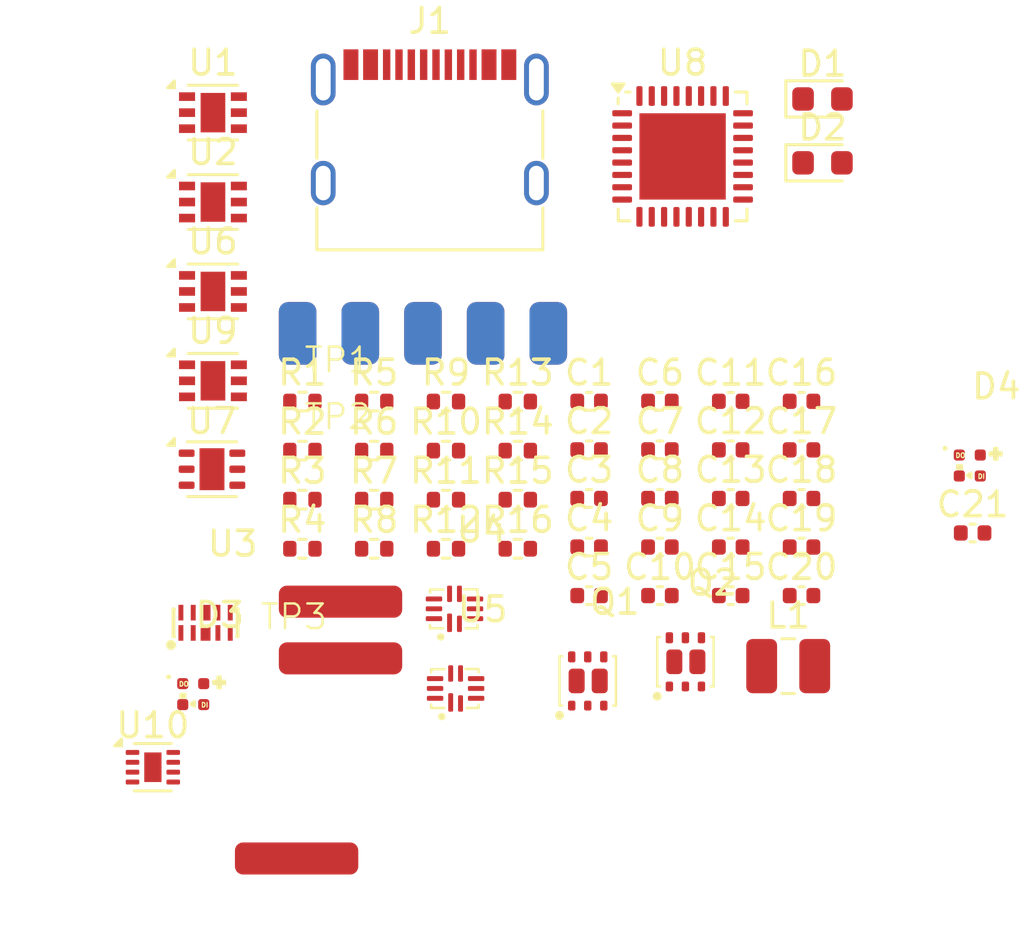
<source format=kicad_pcb>
(kicad_pcb (version 20240108) (generator "pcbnew") (generator_version "8.0")
  (layers (0 "F.Cu" signal) (31 "B.Cu" signal) (34 "B.Paste" user) (35 "F.Paste" user) (36 "B.SilkS" user "B.Silkscreen") (37 "F.SilkS" user "F.Silkscreen") (38 "B.Mask" user) (39 "F.Mask" user) (44 "Edge.Cuts" user))
  (net 0 "")
  (net 1 "Net-(U1-I)")
  (net 2 "GND")
  (net 3 "Net-(U2-I)")
  (net 4 "+3V3")
  (net 5 "VBUS")
  (net 6 "+5V")
  (net 7 "Net-(U7-FB)")
  (net 8 "VCC")
  (net 9 "Net-(U9-I)")
  (net 10 "/NRST")
  (net 11 "Net-(D1-K)")
  (net 12 "Net-(D2-K)")
  (net 13 "/WS2812")
  (net 15 "/USB_D-")
  (net 16 "/SWDIO")
  (net 17 "/P_SWCLK")
  (net 18 "/USB_D+")
  (net 19 "/SWCLK")
  (net 20 "/P_SWDIO")
  (net 21 "/TDO")
  (net 22 "/TRST")
  (net 23 "/R_TX")
  (net 24 "/R_TMS")
  (net 25 "/R_TCK")
  (net 26 "/TDI")
  (net 27 "/SRST")
  (net 28 "/R_RX")
  (net 29 "Net-(U7-LX)")
  (net 30 "/EN_5V")
  (net 31 "Net-(Q1A-D)")
  (net 32 "Net-(Q2A-D)")
  (net 33 "/EN_3V3")
  (net 34 "/SWAP_SWD")
  (net 35 "/SWAP_UART")
  (net 36 "Net-(U6-ILIM)")
  (net 37 "Net-(U8-PA8)")
  (net 38 "Net-(U8-PA9)")
  (net 39 "Net-(U8-PB0)")
  (net 40 "Net-(U8-PB1)")
  (net 41 "/TCK")
  (net 42 "Net-(U8-PA5)")
  (net 43 "Net-(U8-PA7)")
  (net 44 "/TMS")
  (net 45 "/RX")
  (net 46 "/TX")
  (net 58 "/BOOT0")
  (net 63 "/P_SEL")
  (net 66 "/RGB")
  (footprint "Resistor_SMD:R_0402_1005Metric" (layer "F.Cu") (at 40.565 76.67)
    (property "Reference" "R13" (at 0 -1.17 0) (layer "F.SilkS"))
    (property "Value" "22R")
    (pad "1" smd roundrect (at -0.51 0) (size 0.54 0.64) (layers "F.Cu" "F.Paste" "F.Mask") (net 43 "Net-(U8-PA7)"))
    (pad "2" smd roundrect (at 0.51 0) (size 0.54 0.64) (layers "F.Cu" "F.Paste" "F.Mask") (net 44 "/TMS"))
  )
  (footprint "Capacitor_SMD:C_0402_1005Metric" (layer "F.Cu") (at 49.195 76.66)
    (property "Reference" "C11" (at 0 -1.16 0) (layer "F.SilkS"))
    (property "Value" "10u")
    (pad "1" smd roundrect (at -0.48 0) (size 0.56 0.62) (layers "F.Cu" "F.Paste" "F.Mask") (net 4 "+3V3"))
    (pad "2" smd roundrect (at 0.48 0) (size 0.56 0.62) (layers "F.Cu" "F.Paste" "F.Mask") (net 2 "GND"))
  )
  (footprint "Capacitor_SMD:C_0402_1005Metric" (layer "F.Cu") (at 52.065 84.54)
    (property "Reference" "C20" (at 0 -1.16 0) (layer "F.SilkS"))
    (property "Value" "0.1u")
    (pad "1" smd roundrect (at -0.48 0) (size 0.56 0.62) (layers "F.Cu" "F.Paste" "F.Mask") (net 10 "/NRST"))
    (pad "2" smd roundrect (at 0.48 0) (size 0.56 0.62) (layers "F.Cu" "F.Paste" "F.Mask") (net 2 "GND"))
  )
  (footprint "Resistor_SMD:R_0402_1005Metric" (layer "F.Cu") (at 40.565 80.65)
    (property "Reference" "R15" (at 0 -1.17 0) (layer "F.SilkS"))
    (property "Value" "100k")
    (pad "1" smd roundrect (at -0.51 0) (size 0.54 0.64) (layers "F.Cu" "F.Paste" "F.Mask") (net 6 "+5V"))
    (pad "2" smd roundrect (at 0.51 0) (size 0.54 0.64) (layers "F.Cu" "F.Paste" "F.Mask") (net 30 "/EN_5V"))
  )
  (footprint "My DFN_QFN:WQFN-10_L1.8-W1.4-P0.40-BL" (layer "F.Cu") (at 38 85.0755)
    (property "Reference" "U4" (at 0 -3.207 0) (layer "F.SilkS") (effects (justify left)))
    (property "Value" "RS2227XUTQK10" (hide yes))
    (pad "1" smd roundrect (at -0.2 0.565) (size 0.2 0.75) (layers "F.Cu" "F.Paste" "F.Mask") (net 24 "/R_TMS"))
    (pad "2" smd roundrect (at 0.2 0.608) (size 0.2 0.665) (layers "F.Cu" "F.Paste" "F.Mask") (net 25 "/R_TCK"))
    (pad "3" smd roundrect (at 0.832 0.4) (size 0.665 0.2) (layers "F.Cu" "F.Paste" "F.Mask") (net 2 "GND"))
    (pad "4" smd roundrect (at 0.832 0) (size 0.665 0.2) (layers "F.Cu" "F.Paste" "F.Mask") (net 44 "/TMS"))
    (pad "5" smd roundrect (at 0.832 -0.4) (size 0.665 0.2) (layers "F.Cu" "F.Paste" "F.Mask") (net 41 "/TCK"))
    (pad "6" smd roundrect (at 0.2 -0.608) (size 0.2 0.665) (layers "F.Cu" "F.Paste" "F.Mask") (net 41 "/TCK"))
    (pad "7" smd roundrect (at -0.2 -0.608) (size 0.2 0.665) (layers "F.Cu" "F.Paste" "F.Mask") (net 44 "/TMS"))
    (pad "8" smd roundrect (at -0.832 -0.4) (size 0.665 0.2) (layers "F.Cu" "F.Paste" "F.Mask") (net 2 "GND"))
    (pad "9" smd roundrect (at -0.832 0) (size 0.665 0.2) (layers "F.Cu" "F.Paste" "F.Mask") (net 4 "+3V3"))
    (pad "10" smd roundrect (at -0.832 0.4) (size 0.665 0.2) (layers "F.Cu" "F.Paste" "F.Mask") (net 34 "/SWAP_SWD"))
  )
  (footprint "connector:Conn_02x05_PinHeader_SMD" (layer "F.Cu") (at 31.642 73.905)
    (property "Reference" "J2" (hide yes))
    (property "Value" "Header")
    (pad "1" smd roundrect (at 0 0) (size 1.524 2.54) (layers "F.Cu" "F.Paste" "F.Mask") (net 24 "/R_TMS"))
    (pad "2" smd roundrect (at 2.54 0) (size 1.524 2.54) (layers "F.Cu" "F.Paste" "F.Mask") (net 25 "/R_TCK"))
    (pad "3" smd roundrect (at 5.08 0) (size 1.524 2.54) (layers "F.Cu" "F.Paste" "F.Mask") (net 2 "GND"))
    (pad "4" smd roundrect (at 7.62 0) (size 1.524 2.54) (layers "F.Cu" "F.Paste" "F.Mask") (net 28 "/R_RX"))
    (pad "5" smd roundrect (at 10.16 0) (size 1.524 2.54) (layers "F.Cu" "F.Paste" "F.Mask") (net 23 "/R_TX"))
    (pad "6" smd roundrect (at 10.16 0) (size 1.524 2.54) (layers "*.Paste" "*.Mask" "B.Cu") (net 27 "/SRST"))
    (pad "7" smd roundrect (at 7.62 0) (size 1.524 2.54) (layers "*.Paste" "*.Mask" "B.Cu") (net 22 "/TRST"))
    (pad "8" smd roundrect (at 5.08 0) (size 1.524 2.54) (layers "*.Paste" "*.Mask" "B.Cu") (net 8 "VCC"))
    (pad "9" smd roundrect (at 2.54 0) (size 1.524 2.54) (layers "*.Paste" "*.Mask" "B.Cu") (net 26 "/TDI"))
    (pad "10" smd roundrect (at 0 0) (size 1.524 2.54) (layers "*.Paste" "*.Mask" "B.Cu") (net 21 "/TDO"))
  )
  (footprint "Package_DFN_QFN:DFN-6-1EP_2x2mm_P0.65mm_EP1x1.6mm" (layer "F.Cu") (at 28.21 64.955)
    (property "Reference" "U1" (at 0 -2.025 0) (layer "F.SilkS"))
    (property "Value" "TTP233H-RB6")
    (pad "1" smd rect (at -1.05 -0.65) (size 0.65 0.35) (layers "F.Cu" "F.Paste" "F.Mask") (net 1 "Net-(U1-I)"))
    (pad "2" smd rect (at -1.05 0) (size 0.65 0.35) (layers "F.Cu" "F.Paste" "F.Mask") (net 2 "GND"))
    (pad "3" smd rect (at -1.05 0.65) (size 0.65 0.35) (layers "F.Cu" "F.Paste" "F.Mask") (net 34 "/SWAP_SWD"))
    (pad "4" smd rect (at 1.05 0.65) (size 0.65 0.35) (layers "F.Cu" "F.Paste" "F.Mask") (net 4 "+3V3"))
    (pad "5" smd rect (at 1.05 0) (size 0.65 0.35) (layers "F.Cu" "F.Paste" "F.Mask") (net 4 "+3V3"))
    (pad "6" smd rect (at 1.05 -0.65) (size 0.65 0.35) (layers "F.Cu" "F.Paste" "F.Mask") (net 4 "+3V3"))
    (pad "7" smd rect (at 0 0) (size 1 1.6) (layers "F.Cu" "F.Mask") (net 2 "GND"))
  )
  (footprint "Resistor_SMD:R_0402_1005Metric" (layer "F.Cu") (at 31.835 76.67)
    (property "Reference" "R1" (at 0 -1.17 0) (layer "F.SilkS"))
    (property "Value" "1k")
    (pad "1" smd roundrect (at -0.51 0) (size 0.54 0.64) (layers "F.Cu" "F.Paste" "F.Mask") (net 34 "/SWAP_SWD"))
    (pad "2" smd roundrect (at 0.51 0) (size 0.54 0.64) (layers "F.Cu" "F.Paste" "F.Mask") (net 11 "Net-(D1-K)"))
  )
  (footprint "Package_DFN_QFN:DFN-6-1EP_2x2mm_P0.65mm_EP1x1.6mm" (layer "F.Cu") (at 28.21 72.205)
    (property "Reference" "U6" (at 0 -2.025 0) (layer "F.SilkS"))
    (property "Value" "TPS25200")
    (pad "1" smd rect (at -1.05 -0.65) (size 0.65 0.35) (layers "F.Cu" "F.Paste" "F.Mask") (net 6 "+5V"))
    (pad "2" smd rect (at -1.05 0) (size 0.65 0.35) (layers "F.Cu" "F.Paste" "F.Mask") (net 36 "Net-(U6-ILIM)"))
    (pad "3" smd rect (at -1.05 0.65) (size 0.65 0.35) (layers "F.Cu" "F.Paste" "F.Mask"))
    (pad "4" smd rect (at 1.05 0.65) (size 0.65 0.35) (layers "F.Cu" "F.Paste" "F.Mask") (net 5 "VBUS"))
    (pad "5" smd rect (at 1.05 0) (size 0.65 0.35) (layers "F.Cu" "F.Paste" "F.Mask") (net 2 "GND"))
    (pad "6" smd rect (at 1.05 -0.65) (size 0.65 0.35) (layers "F.Cu" "F.Paste" "F.Mask") (net 5 "VBUS"))
    (pad "7" smd rect (at 0 0) (size 1 1.6) (layers "F.Cu" "F.Mask") (net 2 "GND"))
  )
  (footprint "Capacitor_SMD:C_0402_1005Metric" (layer "F.Cu") (at 46.325 80.6)
    (property "Reference" "C8" (at 0 -1.16 0) (layer "F.SilkS"))
    (property "Value" "10u")
    (pad "1" smd roundrect (at -0.48 0) (size 0.56 0.62) (layers "F.Cu" "F.Paste" "F.Mask") (net 6 "+5V"))
    (pad "2" smd roundrect (at 0.48 0) (size 0.56 0.62) (layers "F.Cu" "F.Paste" "F.Mask") (net 2 "GND"))
  )
  (footprint "Resistor_SMD:R_0402_1005Metric" (layer "F.Cu") (at 31.835 78.66)
    (property "Reference" "R2" (at 0 -1.17 0) (layer "F.SilkS"))
    (property "Value" "1k")
    (pad "1" smd roundrect (at -0.51 0) (size 0.54 0.64) (layers "F.Cu" "F.Paste" "F.Mask") (net 35 "/SWAP_UART"))
    (pad "2" smd roundrect (at 0.51 0) (size 0.54 0.64) (layers "F.Cu" "F.Paste" "F.Mask") (net 12 "Net-(D2-K)"))
  )
  (footprint "Resistor_SMD:R_0402_1005Metric" (layer "F.Cu") (at 37.655 82.64)
    (property "Reference" "R12" (at 0 -1.17 0) (layer "F.SilkS"))
    (property "Value" "22R")
    (pad "1" smd roundrect (at -0.51 0) (size 0.54 0.64) (layers "F.Cu" "F.Paste" "F.Mask") (net 42 "Net-(U8-PA5)"))
    (pad "2" smd roundrect (at 0.51 0) (size 0.54 0.64) (layers "F.Cu" "F.Paste" "F.Mask") (net 41 "/TCK"))
  )
  (footprint "MyLED:LED-SMD_4P-L1.0-W1.0-TL_XL-1010RGBC-WS2812B" (layer "F.Cu") (at 58.885 79.265)
    (property "Reference" "D4" (at 0 -3.207 0) (layer "F.SilkS") (effects (justify left)))
    (property "Value" "WS2812" (hide yes))
    (fp_text user "DI" (at 0.297 0.441 0) (layer "F.SilkS") (effects (font (size 0.188 0.188) (thickness 0.1)) (justify left)))
    (fp_text user "DO" (at -0.603 -0.408 0) (layer "F.SilkS") (effects (font (size 0.188 0.188) (thickness 0.1)) (justify left)))
    (pad "1" smd roundrect (at 0.425 -0.425) (size 0.45 0.45) (layers "F.Cu" "F.Paste" "F.Mask") (net 8 "VCC"))
    (pad "2" smd roundrect (at -0.425 -0.425) (size 0.45 0.45) (layers "F.Cu" "F.Paste" "F.Mask"))
    (pad "3" smd roundrect (at -0.425 0.425) (size 0.45 0.45) (layers "F.Cu" "F.Paste" "F.Mask") (net 2 "GND"))
    (pad "4" smd roundrect (at 0.425 0.425) (size 0.45 0.45) (layers "F.Cu" "F.Paste" "F.Mask") (net 66 "/RGB"))
  )
  (footprint "Capacitor_SMD:C_0402_1005Metric" (layer "F.Cu") (at 46.325 76.66)
    (property "Reference" "C6" (at 0 -1.16 0) (layer "F.SilkS"))
    (property "Value" "0.1u")
    (pad "1" smd roundrect (at -0.48 0) (size 0.56 0.62) (layers "F.Cu" "F.Paste" "F.Mask") (net 4 "+3V3"))
    (pad "2" smd roundrect (at 0.48 0) (size 0.56 0.62) (layers "F.Cu" "F.Paste" "F.Mask") (net 2 "GND"))
  )
  (footprint "Resistor_SMD:R_0402_1005Metric" (layer "F.Cu") (at 34.745 78.66)
    (property "Reference" "R6" (at 0 -1.17 0) (layer "F.SilkS"))
    (property "Value" "100k")
    (pad "1" smd roundrect (at -0.51 0) (size 0.54 0.64) (layers "F.Cu" "F.Paste" "F.Mask") (net 4 "+3V3"))
    (pad "2" smd roundrect (at 0.51 0) (size 0.54 0.64) (layers "F.Cu" "F.Paste" "F.Mask") (net 7 "Net-(U7-FB)"))
  )
  (footprint "Capacitor_SMD:C_0402_1005Metric" (layer "F.Cu") (at 49.195 80.6)
    (property "Reference" "C13" (at 0 -1.16 0) (layer "F.SilkS"))
    (property "Value" "22p")
    (pad "1" smd roundrect (at -0.48 0) (size 0.56 0.62) (layers "F.Cu" "F.Paste" "F.Mask") (net 4 "+3V3"))
    (pad "2" smd roundrect (at 0.48 0) (size 0.56 0.62) (layers "F.Cu" "F.Paste" "F.Mask") (net 7 "Net-(U7-FB)"))
  )
  (footprint "Resistor_SMD:R_0402_1005Metric" (layer "F.Cu") (at 37.655 78.66)
    (property "Reference" "R10" (at 0 -1.17 0) (layer "F.SilkS"))
    (property "Value" "22R")
    (pad "1" smd roundrect (at -0.51 0) (size 0.54 0.64) (layers "F.Cu" "F.Paste" "F.Mask") (net 39 "Net-(U8-PB0)"))
    (pad "2" smd roundrect (at 0.51 0) (size 0.54 0.64) (layers "F.Cu" "F.Paste" "F.Mask") (net 22 "/TRST"))
  )
  (footprint "ESD-TVS:DFN-10_L2.5-W1.0-P0.50-BL-A" (layer "F.Cu") (at 27.91 85.6425)
    (property "Reference" "U3" (at 0 -3.207 0) (layer "F.SilkS") (effects (justify left)))
    (property "Value" "ESD0524P")
    (pad "1" smd rect (at -1 0.411) (size 0.2 0.633) (layers "F.Cu" "F.Paste" "F.Mask") (net 15 "/USB_D-"))
    (pad "2" smd rect (at -0.5 0.411) (size 0.2 0.633) (layers "F.Cu" "F.Paste" "F.Mask") (net 18 "/USB_D+"))
    (pad "3" smd rect (at 0 0.411) (size 0.4 0.633) (layers "F.Cu" "F.Paste" "F.Mask") (net 2 "GND"))
    (pad "4" smd rect (at 0.5 0.411) (size 0.2 0.633) (layers "F.Cu" "F.Paste" "F.Mask") (net 2 "GND"))
    (pad "5" smd rect (at 1 0.411) (size 0.2 0.633) (layers "F.Cu" "F.Paste" "F.Mask") (net 2 "GND"))
    (pad "6" smd rect (at 1 -0.411) (size 0.2 0.633) (layers "F.Cu" "F.Paste" "F.Mask") (net 2 "GND"))
    (pad "7" smd rect (at 0.5 -0.411) (size 0.2 0.633) (layers "F.Cu" "F.Paste" "F.Mask") (net 2 "GND"))
    (pad "8" smd rect (at 0 -0.411) (size 0.4 0.633) (layers "F.Cu" "F.Paste" "F.Mask") (net 2 "GND"))
    (pad "9" smd rect (at -0.5 -0.411) (size 0.2 0.633) (layers "F.Cu" "F.Paste" "F.Mask") (net 18 "/USB_D+"))
    (pad "10" smd rect (at -1 -0.411) (size 0.2 0.633) (layers "F.Cu" "F.Paste" "F.Mask") (net 15 "/USB_D-"))
  )
  (footprint "Capacitor_SMD:C_0402_1005Metric" (layer "F.Cu") (at 43.455 76.66)
    (property "Reference" "C1" (at 0 -1.16 0) (layer "F.SilkS"))
    (property "Value" "50p")
    (pad "1" smd roundrect (at -0.48 0) (size 0.56 0.62) (layers "F.Cu" "F.Paste" "F.Mask") (net 1 "Net-(U1-I)"))
    (pad "2" smd roundrect (at 0.48 0) (size 0.56 0.62) (layers "F.Cu" "F.Paste" "F.Mask") (net 2 "GND"))
  )
  (footprint "Package_DFN_QFN:DFN-6-1EP_2x2mm_P0.65mm_EP1x1.6mm" (layer "F.Cu") (at 28.21 75.83)
    (property "Reference" "U9" (at 0 -2.025 0) (layer "F.SilkS"))
    (property "Value" "TTP233H-RB6")
    (pad "1" smd rect (at -1.05 -0.65) (size 0.65 0.35) (layers "F.Cu" "F.Paste" "F.Mask") (net 9 "Net-(U9-I)"))
    (pad "2" smd rect (at -1.05 0) (size 0.65 0.35) (layers "F.Cu" "F.Paste" "F.Mask") (net 2 "GND"))
    (pad "3" smd rect (at -1.05 0.65) (size 0.65 0.35) (layers "F.Cu" "F.Paste" "F.Mask") (net 63 "/P_SEL"))
    (pad "4" smd rect (at 1.05 0.65) (size 0.65 0.35) (layers "F.Cu" "F.Paste" "F.Mask") (net 2 "GND"))
    (pad "5" smd rect (at 1.05 0) (size 0.65 0.35) (layers "F.Cu" "F.Paste" "F.Mask") (net 6 "+5V"))
    (pad "6" smd rect (at 1.05 -0.65) (size 0.65 0.35) (layers "F.Cu" "F.Paste" "F.Mask") (net 2 "GND"))
    (pad "7" smd rect (at 0 0) (size 1 1.6) (layers "F.Cu" "F.Mask") (net 2 "GND"))
  )
  (footprint "Capacitor_SMD:C_0402_1005Metric" (layer "F.Cu") (at 46.325 78.63)
    (property "Reference" "C7" (at 0 -1.16 0) (layer "F.SilkS"))
    (property "Value" "0.1u")
    (pad "1" smd roundrect (at -0.48 0) (size 0.56 0.62) (layers "F.Cu" "F.Paste" "F.Mask") (net 4 "+3V3"))
    (pad "2" smd roundrect (at 0.48 0) (size 0.56 0.62) (layers "F.Cu" "F.Paste" "F.Mask") (net 2 "GND"))
  )
  (footprint "Package_DFN_QFN:VQFN-32-1EP_5x5mm_P0.5mm_EP3.5x3.5mm" (layer "F.Cu") (at 47.245 66.73)
    (property "Reference" "U8" (at 0 -3.8 0) (layer "F.SilkS"))
    (property "Value" "PY32F071K18U6")
    (pad "1" smd roundrect (at -2.45 -1.75) (size 0.8 0.25) (layers "F.Cu" "F.Paste" "F.Mask"))
    (pad "2" smd roundrect (at -2.45 -1.25) (size 0.8 0.25) (layers "F.Cu" "F.Paste" "F.Mask"))
    (pad "3" smd roundrect (at -2.45 -0.75) (size 0.8 0.25) (layers "F.Cu" "F.Paste" "F.Mask") (net 10 "/NRST"))
    (pad "4" smd roundrect (at -2.45 -0.25) (size 0.8 0.25) (layers "F.Cu" "F.Paste" "F.Mask") (net 2 "GND"))
    (pad "5" smd roundrect (at -2.45 0.25) (size 0.8 0.25) (layers "F.Cu" "F.Paste" "F.Mask") (net 8 "VCC"))
    (pad "6" smd roundrect (at -2.45 0.75) (size 0.8 0.25) (layers "F.Cu" "F.Paste" "F.Mask"))
    (pad "7" smd roundrect (at -2.45 1.25) (size 0.8 0.25) (layers "F.Cu" "F.Paste" "F.Mask") (net 66 "/RGB"))
    (pad "8" smd roundrect (at -2.45 1.75) (size 0.8 0.25) (layers "F.Cu" "F.Paste" "F.Mask") (net 46 "/TX"))
    (pad "9" smd roundrect (at -1.75 2.45) (size 0.25 0.8) (layers "F.Cu" "F.Paste" "F.Mask") (net 45 "/RX"))
    (pad "10" smd roundrect (at -1.25 2.45) (size 0.25 0.8) (layers "F.Cu" "F.Paste" "F.Mask"))
    (pad "11" smd roundrect (at -0.75 2.45) (size 0.25 0.8) (layers "F.Cu" "F.Paste" "F.Mask") (net 42 "Net-(U8-PA5)"))
    (pad "12" smd roundrect (at -0.25 2.45) (size 0.25 0.8) (layers "F.Cu" "F.Paste" "F.Mask"))
    (pad "13" smd roundrect (at 0.25 2.45) (size 0.25 0.8) (layers "F.Cu" "F.Paste" "F.Mask") (net 43 "Net-(U8-PA7)"))
    (pad "14" smd roundrect (at 0.75 2.45) (size 0.25 0.8) (layers "F.Cu" "F.Paste" "F.Mask") (net 39 "Net-(U8-PB0)"))
    (pad "15" smd roundrect (at 1.25 2.45) (size 0.25 0.8) (layers "F.Cu" "F.Paste" "F.Mask") (net 40 "Net-(U8-PB1)"))
    (pad "16" smd roundrect (at 1.75 2.45) (size 0.25 0.8) (layers "F.Cu" "F.Paste" "F.Mask") (net 2 "GND"))
    (pad "17" smd roundrect (at 2.45 1.75) (size 0.8 0.25) (layers "F.Cu" "F.Paste" "F.Mask") (net 8 "VCC"))
    (pad "18" smd roundrect (at 2.45 1.25) (size 0.8 0.25) (layers "F.Cu" "F.Paste" "F.Mask") (net 37 "Net-(U8-PA8)"))
    (pad "19" smd roundrect (at 2.45 0.75) (size 0.8 0.25) (layers "F.Cu" "F.Paste" "F.Mask") (net 38 "Net-(U8-PA9)"))
    (pad "20" smd roundrect (at 2.45 0.25) (size 0.8 0.25) (layers "F.Cu" "F.Paste" "F.Mask"))
    (pad "21" smd roundrect (at 2.45 -0.25) (size 0.8 0.25) (layers "F.Cu" "F.Paste" "F.Mask") (net 15 "/USB_D-"))
    (pad "22" smd roundrect (at 2.45 -0.75) (size 0.8 0.25) (layers "F.Cu" "F.Paste" "F.Mask") (net 18 "/USB_D+"))
    (pad "23" smd roundrect (at 2.45 -1.25) (size 0.8 0.25) (layers "F.Cu" "F.Paste" "F.Mask") (net 16 "/SWDIO"))
    (pad "24" smd roundrect (at 2.45 -1.75) (size 0.8 0.25) (layers "F.Cu" "F.Paste" "F.Mask"))
    (pad "25" smd roundrect (at 1.75 -2.45) (size 0.25 0.8) (layers "F.Cu" "F.Paste" "F.Mask") (net 19 "/SWCLK"))
    (pad "26" smd roundrect (at 1.25 -2.45) (size 0.25 0.8) (layers "F.Cu" "F.Paste" "F.Mask"))
    (pad "27" smd roundrect (at 0.75 -2.45) (size 0.25 0.8) (layers "F.Cu" "F.Paste" "F.Mask"))
    (pad "28" smd roundrect (at 0.25 -2.45) (size 0.25 0.8) (layers "F.Cu" "F.Paste" "F.Mask"))
    (pad "29" smd roundrect (at -0.25 -2.45) (size 0.25 0.8) (layers "F.Cu" "F.Paste" "F.Mask"))
    (pad "30" smd roundrect (at -0.75 -2.45) (size 0.25 0.8) (layers "F.Cu" "F.Paste" "F.Mask") (net 58 "/BOOT0"))
    (pad "31" smd roundrect (at -1.25 -2.45) (size 0.25 0.8) (layers "F.Cu" "F.Paste" "F.Mask"))
    (pad "32" smd roundrect (at -1.75 -2.45) (size 0.25 0.8) (layers "F.Cu" "F.Paste" "F.Mask"))
    (pad "33" smd rect (at 0 0) (size 3.5 3.5) (property pad_prop_heatsink) (layers "F.Cu" "F.Mask") (net 2 "GND"))
  )
  (footprint "Capacitor_SMD:C_0402_1005Metric" (layer "F.Cu") (at 49.195 84.54)
    (property "Reference" "C15" (at 0 -1.16 0) (layer "F.SilkS"))
    (property "Value" "10u")
    (pad "1" smd roundrect (at -0.48 0) (size 0.56 0.62) (layers "F.Cu" "F.Paste" "F.Mask") (net 2 "GND"))
    (pad "2" smd roundrect (at 0.48 0) (size 0.56 0.62) (layers "F.Cu" "F.Paste" "F.Mask") (net 8 "VCC"))
  )
  (footprint "Capacitor_SMD:C_0402_1005Metric" (layer "F.Cu") (at 46.325 84.54)
    (property "Reference" "C10" (at 0 -1.16 0) (layer "F.SilkS"))
    (property "Value" "0.1u")
    (pad "1" smd roundrect (at -0.48 0) (size 0.56 0.62) (layers "F.Cu" "F.Paste" "F.Mask") (net 6 "+5V"))
    (pad "2" smd roundrect (at 0.48 0) (size 0.56 0.62) (layers "F.Cu" "F.Paste" "F.Mask") (net 2 "GND"))
  )
  (footprint "Capacitor_SMD:C_0402_1005Metric" (layer "F.Cu") (at 52.065 76.66)
    (property "Reference" "C16" (at 0 -1.16 0) (layer "F.SilkS"))
    (property "Value" "50p")
    (pad "1" smd roundrect (at -0.48 0) (size 0.56 0.62) (layers "F.Cu" "F.Paste" "F.Mask") (net 9 "Net-(U9-I)"))
    (pad "2" smd roundrect (at 0.48 0) (size 0.56 0.62) (layers "F.Cu" "F.Paste" "F.Mask") (net 2 "GND"))
  )
  (footprint "My DFN_QFN:DFN-6_L2.0-W2.0-P0.65-BL-EP2" (layer "F.Cu") (at 43.4 88)
    (property "Reference" "Q1" (at 0 -3.207 0) (layer "F.SilkS") (effects (justify left)))
    (property "Value" "HSCB20D03")
    (pad "1" smd roundrect (at -0.65 1) (size 0.3 0.4) (layers "F.Cu" "F.Paste" "F.Mask") (net 6 "+5V"))
    (pad "2" smd roundrect (at 0 1) (size 0.3 0.4) (layers "F.Cu" "F.Paste" "F.Mask") (net 30 "/EN_5V"))
    (pad "3" smd roundrect (at 0.485 0) (size 0.65 1) (layers "F.Cu" "F.Paste" "F.Mask") (net 31 "Net-(Q1A-D)"))
    (pad "3" smd roundrect (at 0.65 1) (size 0.3 0.4) (layers "F.Cu" "F.Paste" "F.Mask") (net 31 "Net-(Q1A-D)"))
    (pad "4" smd roundrect (at 0.65 -0.975) (size 0.3 0.45) (layers "F.Cu" "F.Paste" "F.Mask") (net 8 "VCC"))
    (pad "5" smd roundrect (at 0 -0.975) (size 0.3 0.45) (layers "F.Cu" "F.Paste" "F.Mask") (net 30 "/EN_5V"))
    (pad "6" smd roundrect (at -0.65 -0.975) (size 0.3 0.45) (layers "F.Cu" "F.Paste" "F.Mask") (net 31 "Net-(Q1A-D)"))
    (pad "6" smd roundrect (at -0.45 0) (size 0.65 1) (layers "F.Cu" "F.Paste" "F.Mask") (net 31 "Net-(Q1A-D)"))
  )
  (footprint "Capacitor_SMD:C_0402_1005Metric" (layer "F.Cu") (at 59 82)
    (property "Reference" "C21" (at 0 -1.16 0) (layer "F.SilkS"))
    (property "Value" "0.1u")
    (pad "1" smd roundrect (at -0.48 0) (size 0.56 0.62) (layers "F.Cu" "F.Paste" "F.Mask") (net 8 "VCC"))
    (pad "2" smd roundrect (at 0.48 0) (size 0.56 0.62) (layers "F.Cu" "F.Paste" "F.Mask") (net 2 "GND"))
  )
  (footprint "MyLED:LED-SMD_4P-L1.0-W1.0-TL_XL-1010RGBC-WS2812B" (layer "F.Cu") (at 27.41 88.535)
    (property "Reference" "D3" (at 0 -3.207 0) (layer "F.SilkS") (effects (justify left)))
    (property "Value" "WS2812" (hide yes))
    (fp_text user "DI" (at 0.297 0.441 0) (layer "F.SilkS") (effects (font (size 0.188 0.188) (thickness 0.1)) (justify left)))
    (fp_text user "DO" (at -0.603 -0.408 0) (layer "F.SilkS") (effects (font (size 0.188 0.188) (thickness 0.1)) (justify left)))
    (pad "1" smd roundrect (at 0.425 -0.425) (size 0.45 0.45) (layers "F.Cu" "F.Paste" "F.Mask") (net 6 "+5V"))
    (pad "2" smd roundrect (at -0.425 -0.425) (size 0.45 0.45) (layers "F.Cu" "F.Paste" "F.Mask"))
    (pad "3" smd roundrect (at -0.425 0.425) (size 0.45 0.45) (layers "F.Cu" "F.Paste" "F.Mask") (net 2 "GND"))
    (pad "4" smd roundrect (at 0.425 0.425) (size 0.45 0.45) (layers "F.Cu" "F.Paste" "F.Mask") (net 13 "/WS2812"))
  )
  (footprint "Capacitor_SMD:C_0402_1005Metric" (layer "F.Cu") (at 49.195 82.57)
    (property "Reference" "C14" (at 0 -1.16 0) (layer "F.SilkS"))
    (property "Value" "0.1u")
    (pad "1" smd roundrect (at -0.48 0) (size 0.56 0.62) (layers "F.Cu" "F.Paste" "F.Mask") (net 8 "VCC"))
    (pad "2" smd roundrect (at 0.48 0) (size 0.56 0.62) (layers "F.Cu" "F.Paste" "F.Mask") (net 2 "GND"))
  )
  (footprint "Resistor_SMD:R_0402_1005Metric" (layer "F.Cu") (at 34.745 76.67)
    (property "Reference" "R5" (at 0 -1.17 0) (layer "F.SilkS"))
    (property "Value" "68k")
    (pad "1" smd roundrect (at -0.51 0) (size 0.54 0.64) (layers "F.Cu" "F.Paste" "F.Mask") (net 36 "Net-(U6-ILIM)"))
    (pad "2" smd roundrect (at 0.51 0) (size 0.54 0.64) (layers "F.Cu" "F.Paste" "F.Mask") (net 2 "GND"))
  )
  (footprint "Resistor_SMD:R_0402_1005Metric" (layer "F.Cu") (at 31.835 82.64)
    (property "Reference" "R4" (at 0 -1.17 0) (layer "F.SilkS"))
    (property "Value" "5.1k")
    (pad "1" smd roundrect (at -0.51 0) (size 0.54 0.64) (layers "F.Cu" "F.Paste" "F.Mask") (net 19 "/SWCLK"))
    (pad "2" smd roundrect (at 0.51 0) (size 0.54 0.64) (layers "F.Cu" "F.Paste" "F.Mask") (net 2 "GND"))
  )
  (footprint "Resistor_SMD:R_0402_1005Metric" (layer "F.Cu") (at 34.745 80.65)
    (property "Reference" "R7" (at 0 -1.17 0) (layer "F.SilkS"))
    (property "Value" "22.1k")
    (pad "1" smd roundrect (at -0.51 0) (size 0.54 0.64) (layers "F.Cu" "F.Paste" "F.Mask") (net 7 "Net-(U7-FB)"))
    (pad "2" smd roundrect (at 0.51 0) (size 0.54 0.64) (layers "F.Cu" "F.Paste" "F.Mask") (net 2 "GND"))
  )
  (footprint "Inductor_SMD:L_1008_2520Metric" (layer "F.Cu") (at 51.525 87.4)
    (property "Reference" "L1" (at 0 -2.05 0) (layer "F.SilkS"))
    (property "Value" "2.2u")
    (pad "1" smd roundrect (at -1.075 0) (size 1.25 2.2) (layers "F.Cu" "F.Paste" "F.Mask") (roundrect_rratio 0.2) (net 4 "+3V3"))
    (pad "2" smd roundrect (at 1.075 0) (size 1.25 2.2) (layers "F.Cu" "F.Paste" "F.Mask") (roundrect_rratio 0.2) (net 29 "Net-(U7-LX)"))
  )
  (footprint "Capacitor_SMD:C_0402_1005Metric" (layer "F.Cu") (at 49.195 78.63)
    (property "Reference" "C12" (at 0 -1.16 0) (layer "F.SilkS"))
    (property "Value" "10u")
    (pad "1" smd roundrect (at -0.48 0) (size 0.56 0.62) (layers "F.Cu" "F.Paste" "F.Mask") (net 4 "+3V3"))
    (pad "2" smd roundrect (at 0.48 0) (size 0.56 0.62) (layers "F.Cu" "F.Paste" "F.Mask") (net 2 "GND"))
  )
  (footprint "Capacitor_SMD:C_0402_1005Metric" (layer "F.Cu") (at 52.065 80.6)
    (property "Reference" "C18" (at 0 -1.16 0) (layer "F.SilkS"))
    (property "Value" "0.1u")
    (pad "1" smd roundrect (at -0.48 0) (size 0.56 0.62) (layers "F.Cu" "F.Paste" "F.Mask") (net 6 "+5V"))
    (pad "2" smd roundrect (at 0.48 0) (size 0.56 0.62) (layers "F.Cu" "F.Paste" "F.Mask") (net 2 "GND"))
  )
  (footprint "Resistor_SMD:R_0402_1005Metric" (layer "F.Cu") (at 34.745 82.64)
    (property "Reference" "R8" (at 0 -1.17 0) (layer "F.SilkS"))
    (property "Value" "22R")
    (pad "1" smd roundrect (at -0.51 0) (size 0.54 0.64) (layers "F.Cu" "F.Paste" "F.Mask") (net 37 "Net-(U8-PA8)"))
    (pad "2" smd roundrect (at 0.51 0) (size 0.54 0.64) (layers "F.Cu" "F.Paste" "F.Mask") (net 26 "/TDI"))
  )
  (footprint "Touch Pad:Touch_SMD_BOX" (layer "F.Cu") (at 31.6 95.2)
    (property "Reference" "TP3" (at -0.11 -9.8 0) (layer "F.SilkS") (effects (font (thickness 0.1))))
    (property "Value" "TouchPad" (hide yes))
    (pad "1" smd roundrect (at 0 0) (size 5 1.3) (layers "F.Cu" "F.Mask") (net 9 "Net-(U9-I)"))
  )
  (footprint "Capacitor_SMD:C_0402_1005Metric" (layer "F.Cu") (at 43.455 82.57)
    (property "Reference" "C4" (at 0 -1.16 0) (layer "F.SilkS"))
    (property "Value" "0.1u")
    (pad "1" smd roundrect (at -0.48 0) (size 0.56 0.62) (layers "F.Cu" "F.Paste" "F.Mask") (net 4 "+3V3"))
    (pad "2" smd roundrect (at 0.48 0) (size 0.56 0.62) (layers "F.Cu" "F.Paste" "F.Mask") (net 2 "GND"))
  )
  (footprint "Package_DFN_QFN:DFN-6-1EP_2x2mm_P0.65mm_EP1x1.6mm" (layer "F.Cu") (at 28.21 68.58)
    (property "Reference" "U2" (at 0 -2.025 0) (layer "F.SilkS"))
    (property "Value" "TTP233H-RB6")
    (pad "1" smd rect (at -1.05 -0.65) (size 0.65 0.35) (layers "F.Cu" "F.Paste" "F.Mask") (net 3 "Net-(U2-I)"))
    (pad "2" smd rect (at -1.05 0) (size 0.65 0.35) (layers "F.Cu" "F.Paste" "F.Mask") (net 2 "GND"))
    (pad "3" smd rect (at -1.05 0.65) (size 0.65 0.35) (layers "F.Cu" "F.Paste" "F.Mask") (net 35 "/SWAP_UART"))
    (pad "4" smd rect (at 1.05 0.65) (size 0.65 0.35) (layers "F.Cu" "F.Paste" "F.Mask") (net 4 "+3V3"))
    (pad "5" smd rect (at 1.05 0) (size 0.65 0.35) (layers "F.Cu" "F.Paste" "F.Mask") (net 4 "+3V3"))
    (pad "6" smd rect (at 1.05 -0.65) (size 0.65 0.35) (layers "F.Cu" "F.Paste" "F.Mask") (net 4 "+3V3"))
    (pad "7" smd rect (at 0 0) (size 1 1.6) (layers "F.Cu" "F.Mask") (net 2 "GND"))
  )
  (footprint "Resistor_SMD:R_0402_1005Metric" (layer "F.Cu") (at 40.565 82.64)
    (property "Reference" "R16" (at 0 -1.17 0) (layer "F.SilkS"))
    (property "Value" "100k")
    (pad "1" smd roundrect (at -0.51 0) (size 0.54 0.64) (layers "F.Cu" "F.Paste" "F.Mask") (net 33 "/EN_3V3"))
    (pad "2" smd roundrect (at 0.51 0) (size 0.54 0.64) (layers "F.Cu" "F.Paste" "F.Mask") (net 2 "GND"))
  )
  (footprint "My DFN_QFN:DFN-6_L2.0-W2.0-P0.65-BL-EP2" (layer "F.Cu") (at 47.359 87.225)
    (property "Reference" "Q2" (at 0 -3.207 0) (layer "F.SilkS") (effects (justify left)))
    (property "Value" "HSCB20D03")
    (pad "1" smd roundrect (at -0.65 1) (size 0.3 0.4) (layers "F.Cu" "F.Paste" "F.Mask") (net 4 "+3V3"))
    (pad "2" smd roundrect (at 0 1) (size 0.3 0.4) (layers "F.Cu" "F.Paste" "F.Mask") (net 33 "/EN_3V3"))
    (pad "3" smd roundrect (at 0.485 0) (size 0.65 1) (layers "F.Cu" "F.Paste" "F.Mask") (net 32 "Net-(Q2A-D)"))
    (pad "3" smd roundrect (at 0.65 1) (size 0.3 0.4) (layers "F.Cu" "F.Paste" "F.Mask") (net 32 "Net-(Q2A-D)"))
    (pad "4" smd roundrect (at 0.65 -0.975) (size 0.3 0.45) (layers "F.Cu" "F.Paste" "F.Mask") (net 8 "VCC"))
    (pad "5" smd roundrect (at 0 -0.975) (size 0.3 0.45) (layers "F.Cu" "F.Paste" "F.Mask") (net 33 "/EN_3V3"))
    (pad "6" smd roundrect (at -0.65 -0.975) (size 0.3 0.45) (layers "F.Cu" "F.Paste" "F.Mask") (net 32 "Net-(Q2A-D)"))
    (pad "6" smd roundrect (at -0.45 0) (size 0.65 1) (layers "F.Cu" "F.Paste" "F.Mask") (net 32 "Net-(Q2A-D)"))
  )
  (footprint "Touch Pad:Touch_SMD_BOX" (layer "F.Cu") (at 33.38 87.085)
    (property "Reference" "TP2" (at -0.11 -9.8 0) (layer "F.SilkS") (effects (font (thickness 0.1))))
    (property "Value" "TouchPad" (hide yes))
    (pad "1" smd roundrect (at 0 0) (size 5 1.3) (layers "F.Cu" "F.Mask") (net 3 "Net-(U2-I)"))
  )
  (footprint "LED_SMD:LED_0603_1608Metric" (layer "F.Cu") (at 52.915 64.4)
    (property "Reference" "D1" (at 0 -1.43 0) (layer "F.SilkS"))
    (property "Value" "LED")
    (pad "1" smd roundrect (at -0.7875 0) (size 0.875 0.95) (layers "F.Cu" "F.Paste" "F.Mask") (net 11 "Net-(D1-K)"))
    (pad "2" smd roundrect (at 0.7875 0) (size 0.875 0.95) (layers "F.Cu" "F.Paste" "F.Mask") (net 4 "+3V3"))
  )
  (footprint "Resistor_SMD:R_0402_1005Metric" (layer "F.Cu") (at 37.655 76.67)
    (property "Reference" "R9" (at 0 -1.17 0) (layer "F.SilkS"))
    (property "Value" "22R")
    (pad "1" smd roundrect (at -0.51 0) (size 0.54 0.64) (layers "F.Cu" "F.Paste" "F.Mask") (net 38 "Net-(U8-PA9)"))
    (pad "2" smd roundrect (at 0.51 0) (size 0.54 0.64) (layers "F.Cu" "F.Paste" "F.Mask") (net 21 "/TDO"))
  )
  (footprint "Resistor_SMD:R_0402_1005Metric" (layer "F.Cu") (at 40.565 78.66)
    (property "Reference" "R14" (at 0 -1.17 0) (layer "F.SilkS"))
    (property "Value" "68k")
    (pad "1" smd roundrect (at -0.51 0) (size 0.54 0.64) (layers "F.Cu" "F.Paste" "F.Mask") (net 8 "VCC"))
    (pad "2" smd roundrect (at 0.51 0) (size 0.54 0.64) (layers "F.Cu" "F.Paste" "F.Mask") (net 10 "/NRST"))
  )
  (footprint "Package_DFN_QFN:DFN-8-1EP_1.5x1.5mm_P0.4mm_EP0.7x1.2mm" (layer "F.Cu") (at 25.775 91.5)
    (property "Reference" "U10" (at 0 -1.7 0) (layer "F.SilkS"))
    (property "Value" "PY32F030L14D6")
    (pad "1" smd roundrect (at -0.825 -0.6) (size 0.55 0.2) (layers "F.Cu" "F.Paste" "F.Mask") (net 6 "+5V"))
    (pad "2" smd roundrect (at -0.825 -0.2) (size 0.55 0.2) (layers "F.Cu" "F.Paste" "F.Mask") (net 63 "/P_SEL"))
    (pad "3" smd roundrect (at -0.825 0.2) (size 0.55 0.2) (layers "F.Cu" "F.Paste" "F.Mask") (net 33 "/EN_3V3"))
    (pad "4" smd roundrect (at -0.825 0.6) (size 0.55 0.2) (layers "F.Cu" "F.Paste" "F.Mask") (net 30 "/EN_5V"))
    (pad "5" smd roundrect (at 0.825 0.6) (size 0.55 0.2) (layers "F.Cu" "F.Paste" "F.Mask"))
    (pad "6" smd roundrect (at 0.825 0.2) (size 0.55 0.2) (layers "F.Cu" "F.Paste" "F.Mask") (net 20 "/P_SWDIO"))
    (pad "7" smd roundrect (at 0.825 -0.2) (size 0.55 0.2) (layers "F.Cu" "F.Paste" "F.Mask") (net 17 "/P_SWCLK"))
    (pad "8" smd roundrect (at 0.825 -0.6) (size 0.55 0.2) (layers "F.Cu" "F.Paste" "F.Mask") (net 13 "/WS2812"))
    (pad "9" smd rect (at 0 0) (size 0.7 1.2) (property pad_prop_heatsink) (layers "F.Cu" "F.Mask") (net 2 "GND"))
  )
  (footprint "My DFN_QFN:WQFN-10_L1.8-W1.4-P0.40-BL" (layer "F.Cu") (at 38.0445 88.306)
    (property "Reference" "U5" (at 0 -3.207 0) (layer "F.SilkS") (effects (justify left)))
    (property "Value" "RS2227XUTQK10" (hide yes))
    (pad "1" smd roundrect (at -0.2 0.565) (size 0.2 0.75) (layers "F.Cu" "F.Paste" "F.Mask") (net 28 "/R_RX"))
    (pad "2" smd roundrect (at 0.2 0.608) (size 0.2 0.665) (layers "F.Cu" "F.Paste" "F.Mask") (net 23 "/R_TX"))
    (pad "3" smd roundrect (at 0.832 0.4) (size 0.665 0.2) (layers "F.Cu" "F.Paste" "F.Mask") (net 2 "GND"))
    (pad "4" smd roundrect (at 0.832 0) (size 0.665 0.2) (layers "F.Cu" "F.Paste" "F.Mask") (net 45 "/RX"))
    (pad "5" smd roundrect (at 0.832 -0.4) (size 0.665 0.2) (layers "F.Cu" "F.Paste" "F.Mask") (net 46 "/TX"))
    (pad "6" smd roundrect (at 0.2 -0.608) (size 0.2 0.665) (layers "F.Cu" "F.Paste" "F.Mask") (net 46 "/TX"))
    (pad "7" smd roundrect (at -0.2 -0.608) (size 0.2 0.665) (layers "F.Cu" "F.Paste" "F.Mask") (net 45 "/RX"))
    (pad "8" smd roundrect (at -0.832 -0.4) (size 0.665 0.2) (layers "F.Cu" "F.Paste" "F.Mask") (net 2 "GND"))
    (pad "9" smd roundrect (at -0.832 0) (size 0.665 0.2) (layers "F.Cu" "F.Paste" "F.Mask") (net 4 "+3V3"))
    (pad "10" smd roundrect (at -0.832 0.4) (size 0.665 0.2) (layers "F.Cu" "F.Paste" "F.Mask") (net 35 "/SWAP_UART"))
  )
  (footprint "LED_SMD:LED_0603_1608Metric" (layer "F.Cu") (at 52.915 66.99)
    (property "Reference" "D2" (at 0 -1.43 0) (layer "F.SilkS"))
    (property "Value" "LED")
    (pad "1" smd roundrect (at -0.7875 0) (size 0.875 0.95) (layers "F.Cu" "F.Paste" "F.Mask") (net 12 "Net-(D2-K)"))
    (pad "2" smd roundrect (at 0.7875 0) (size 0.875 0.95) (layers "F.Cu" "F.Paste" "F.Mask") (net 4 "+3V3"))
  )
  (footprint "Capacitor_SMD:C_0402_1005Metric" (layer "F.Cu") (at 46.325 82.57)
    (property "Reference" "C9" (at 0 -1.16 0) (layer "F.SilkS"))
    (property "Value" "4.7u")
    (pad "1" smd roundrect (at -0.48 0) (size 0.56 0.62) (layers "F.Cu" "F.Paste" "F.Mask") (net 6 "+5V"))
    (pad "2" smd roundrect (at 0.48 0) (size 0.56 0.62) (layers "F.Cu" "F.Paste" "F.Mask") (net 2 "GND"))
  )
  (footprint "Touch Pad:Touch_SMD_BOX" (layer "F.Cu") (at 33.38 84.785)
    (property "Reference" "TP1" (at -0.11 -9.8 0) (layer "F.SilkS") (effects (font (thickness 0.1))))
    (property "Value" "TouchPad" (hide yes))
    (pad "1" smd roundrect (at 0 0) (size 5 1.3) (layers "F.Cu" "F.Mask") (net 1 "Net-(U1-I)"))
  )
  (footprint "Resistor_SMD:R_0402_1005Metric" (layer "F.Cu") (at 31.835 80.65)
    (property "Reference" "R3" (at 0 -1.17 0) (layer "F.SilkS"))
    (property "Value" "5.1k")
    (pad "1" smd roundrect (at -0.51 0) (size 0.54 0.64) (layers "F.Cu" "F.Paste" "F.Mask") (net 17 "/P_SWCLK"))
    (pad "2" smd roundrect (at 0.51 0) (size 0.54 0.64) (layers "F.Cu" "F.Paste" "F.Mask") (net 2 "GND"))
  )
  (footprint "Capacitor_SMD:C_0402_1005Metric" (layer "F.Cu") (at 43.455 80.6)
    (property "Reference" "C3" (at 0 -1.16 0) (layer "F.SilkS"))
    (property "Value" "0.1u")
    (pad "1" smd roundrect (at -0.48 0) (size 0.56 0.62) (layers "F.Cu" "F.Paste" "F.Mask") (net 4 "+3V3"))
    (pad "2" smd roundrect (at 0.48 0) (size 0.56 0.62) (layers "F.Cu" "F.Paste" "F.Mask") (net 2 "GND"))
  )
  (footprint "Resistor_SMD:R_0402_1005Metric" (layer "F.Cu") (at 37.655 80.65)
    (property "Reference" "R11" (at 0 -1.17 0) (layer "F.SilkS"))
    (property "Value" "22R")
    (pad "1" smd roundrect (at -0.51 0) (size 0.54 0.64) (layers "F.Cu" "F.Paste" "F.Mask") (net 40 "Net-(U8-PB1)"))
    (pad "2" smd roundrect (at 0.51 0) (size 0.54 0.64) (layers "F.Cu" "F.Paste" "F.Mask") (net 27 "/SRST"))
  )
  (footprint "Package_DFN_QFN:DFN-6-1EP_2x2mm_P0.65mm_EP1.01x1.7mm" (layer "F.Cu") (at 28.17 79.415)
    (property "Reference" "U7" (at 0 -1.95 0) (layer "F.SilkS"))
    (property "Value" "RT8010")
    (pad "1" smd roundrect (at -1.0275 -0.65) (size 0.645 0.3) (layers "F.Cu" "F.Paste" "F.Mask"))
    (pad "2" smd roundrect (at -1.0275 0) (size 0.645 0.3) (layers "F.Cu" "F.Paste" "F.Mask") (net 6 "+5V"))
    (pad "3" smd roundrect (at -1.0275 0.65) (size 0.645 0.3) (layers "F.Cu" "F.Paste" "F.Mask") (net 6 "+5V"))
    (pad "4" smd roundrect (at 1.0275 0.65) (size 0.645 0.3) (layers "F.Cu" "F.Paste" "F.Mask") (net 29 "Net-(U7-LX)"))
    (pad "5" smd roundrect (at 1.0275 0) (size 0.645 0.3) (layers "F.Cu" "F.Paste" "F.Mask") (net 2 "GND"))
    (pad "6" smd roundrect (at 1.0275 -0.65) (size 0.645 0.3) (layers "F.Cu" "F.Paste" "F.Mask") (net 7 "Net-(U7-FB)"))
    (pad "7" smd rect (at 0 0) (size 1.01 1.7) (property pad_prop_heatsink) (layers "F.Cu" "F.Mask") (net 2 "GND"))
  )
  (footprint "Connector_USB:USB_C_Receptacle_G-Switch_GT-USB-7010ASV" (layer "F.Cu") (at 37 66.735)
    (property "Reference" "J1" (at 0 -5.5 0) (layer "F.SilkS"))
    (property "Value" "USB_C_Receptacle_USB2.0")
    (pad "" np_thru_hole circle (at -2.89 -2.605) (size 0.65 0.65) (drill 0.65) (layers "*.Cu" "*.Mask"))
    (pad "" np_thru_hole circle (at 2.89 -2.605) (size 0.65 0.65) (drill 0.65) (layers "*.Cu" "*.Mask"))
    (pad "A1" smd rect (at -3.2 -3.725) (size 0.6 1.24) (layers "F.Cu" "F.Paste" "F.Mask") (net 2 "GND"))
    (pad "A4" smd rect (at -2.4 -3.725) (size 0.6 1.24) (layers "F.Cu" "F.Paste" "F.Mask") (net 5 "VBUS"))
    (pad "A5" smd rect (at -1.25 -3.725) (size 0.3 1.24) (layers "F.Cu" "F.Paste" "F.Mask") (net 17 "/P_SWCLK"))
    (pad "A6" smd rect (at -0.25 -3.725) (size 0.3 1.24) (layers "F.Cu" "F.Paste" "F.Mask") (net 18 "/USB_D+"))
    (pad "A7" smd rect (at 0.25 -3.725) (size 0.3 1.24) (layers "F.Cu" "F.Paste" "F.Mask") (net 15 "/USB_D-"))
    (pad "A8" smd rect (at 1.25 -3.725) (size 0.3 1.24) (layers "F.Cu" "F.Paste" "F.Mask") (net 20 "/P_SWDIO"))
    (pad "A9" smd rect (at 2.4 -3.725) (size 0.6 1.24) (layers "F.Cu" "F.Paste" "F.Mask") (net 5 "VBUS"))
    (pad "A12" smd rect (at 3.2 -3.725) (size 0.6 1.24) (layers "F.Cu" "F.Paste" "F.Mask") (net 2 "GND"))
    (pad "B1" smd rect (at 3.2 -3.725) (size 0.6 1.24) (layers "F.Cu" "F.Paste" "F.Mask") (net 2 "GND"))
    (pad "B4" smd rect (at 2.4 -3.725) (size 0.6 1.24) (layers "F.Cu" "F.Paste" "F.Mask") (net 5 "VBUS"))
    (pad "B5" smd rect (at 1.75 -3.725) (size 0.3 1.24) (layers "F.Cu" "F.Paste" "F.Mask") (net 19 "/SWCLK"))
    (pad "B6" smd rect (at 0.75 -3.725) (size 0.3 1.24) (layers "F.Cu" "F.Paste" "F.Mask") (net 18 "/USB_D+"))
    (pad "B7" smd rect (at -0.75 -3.725) (size 0.3 1.24) (layers "F.Cu" "F.Paste" "F.Mask") (net 15 "/USB_D-"))
    (pad "B8" smd rect (at -1.75 -3.725) (size 0.3 1.24) (layers "F.Cu" "F.Paste" "F.Mask") (net 16 "/SWDIO"))
    (pad "B9" smd rect (at -2.4 -3.725) (size 0.6 1.24) (layers "F.Cu" "F.Paste" "F.Mask") (net 5 "VBUS"))
    (pad "B12" smd rect (at -3.2 -3.725) (size 0.6 1.24) (layers "F.Cu" "F.Paste" "F.Mask") (net 2 "GND"))
    (pad "S1" thru_hole oval (at -4.32 -3.125) (size 1 2.1) (drill oval 0.6 1.7) (layers "*.Cu" "*.Mask") (net 2 "GND"))
    (pad "S1" thru_hole oval (at -4.32 1.075) (size 1 1.8) (drill oval 0.6 1.4) (layers "*.Cu" "*.Mask") (net 2 "GND"))
    (pad "S1" thru_hole oval (at 4.32 -3.125) (size 1 2.1) (drill oval 0.6 1.7) (layers "*.Cu" "*.Mask") (net 2 "GND"))
    (pad "S1" thru_hole oval (at 4.32 1.075) (size 1 1.8) (drill oval 0.6 1.4) (layers "*.Cu" "*.Mask") (net 2 "GND"))
  )
  (footprint "Capacitor_SMD:C_0402_1005Metric" (layer "F.Cu") (at 52.065 78.63)
    (property "Reference" "C17" (at 0 -1.16 0) (layer "F.SilkS"))
    (property "Value" "0.1u")
    (pad "1" smd roundrect (at -0.48 0) (size 0.56 0.62) (layers "F.Cu" "F.Paste" "F.Mask") (net 6 "+5V"))
    (pad "2" smd roundrect (at 0.48 0) (size 0.56 0.62) (layers "F.Cu" "F.Paste" "F.Mask") (net 2 "GND"))
  )
  (footprint "Capacitor_SMD:C_0402_1005Metric" (layer "F.Cu") (at 43.455 84.54)
    (property "Reference" "C5" (at 0 -1.16 0) (layer "F.SilkS"))
    (property "Value" "0.1u")
    (pad "1" smd roundrect (at -0.48 0) (size 0.56 0.62) (layers "F.Cu" "F.Paste" "F.Mask") (net 5 "VBUS"))
    (pad "2" smd roundrect (at 0.48 0) (size 0.56 0.62) (layers "F.Cu" "F.Paste" "F.Mask") (net 2 "GND"))
  )
  (footprint "Capacitor_SMD:C_0402_1005Metric" (layer "F.Cu") (at 52.065 82.57)
    (property "Reference" "C19" (at 0 -1.16 0) (layer "F.SilkS"))
    (property "Value" "0.1u")
    (pad "1" smd roundrect (at -0.48 0) (size 0.56 0.62) (layers "F.Cu" "F.Paste" "F.Mask") (net 6 "+5V"))
    (pad "2" smd roundrect (at 0.48 0) (size 0.56 0.62) (layers "F.Cu" "F.Paste" "F.Mask") (net 2 "GND"))
  )
  (footprint "Capacitor_SMD:C_0402_1005Metric" (layer "F.Cu") (at 43.455 78.63)
    (property "Reference" "C2" (at 0 -1.16 0) (layer "F.SilkS"))
    (property "Value" "50p")
    (pad "1" smd roundrect (at -0.48 0) (size 0.56 0.62) (layers "F.Cu" "F.Paste" "F.Mask") (net 3 "Net-(U2-I)"))
    (pad "2" smd roundrect (at 0.48 0) (size 0.56 0.62) (layers "F.Cu" "F.Paste" "F.Mask") (net 2 "GND"))
  )
)
</source>
